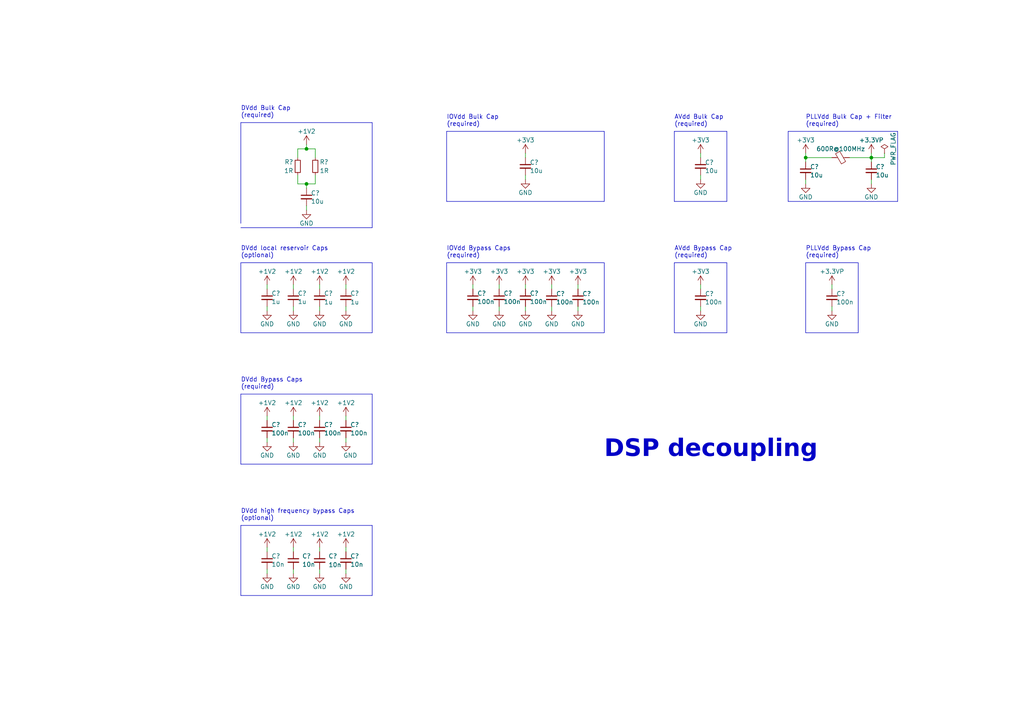
<source format=kicad_sch>
(kicad_sch (version 20230121) (generator eeschema)
  (paper "A4")
  (title_block (title "SmallDSP Maxi") (date "2023-11-06") (rev "1.0") (company "Till Heuer"))
  (lib_symbols
    (symbol "Device:C_Small" (pin_numbers hide) (pin_names (offset 0.254) hide)
      (property "Reference" "C" (at 0.254 1.778 0))
      (property "Value" "C_Small" (at 0.254 -2.032 0))
      (symbol "C_Small_0_1"
        (polyline (pts (xy -1.524 -0.508) (xy 1.524 -0.508)) (stroke (width 0.3302)))
        (polyline (pts (xy -1.524 0.508) (xy 1.524 0.508)) (stroke (width 0.3048)))
      )
      (symbol "C_Small_1_1"
        (pin passive line (at 0 2.54 270) (length 2.032) (name "~") (number "1"))
        (pin passive line (at 0 -2.54 90) (length 2.032) (name "~") (number "2"))
      )
    )
    (symbol "Device:FerriteBead_Small" (pin_numbers hide) (pin_names (offset 0))
      (property "Reference" "FB" (at 1.905 1.27 0))
      (property "Value" "FerriteBead_Small" (at 1.905 -1.27 0))
      (symbol "FerriteBead_Small_0_1"
        (polyline (pts (xy 0 -1.27) (xy 0 -0.7874)))
        (polyline (pts (xy 0 0.889) (xy 0 1.2954)))
        (polyline (pts (xy -1.8288 0.2794) (xy -1.1176 1.4986) (xy 1.8288 -0.2032) (xy 1.1176 -1.4224) (xy -1.8288 0.2794)))
      )
      (symbol "FerriteBead_Small_1_1"
        (pin passive line (at 0 2.54 270) (length 1.27) (name "~") (number "1"))
        (pin passive line (at 0 -2.54 90) (length 1.27) (name "~") (number "2"))
      )
    )
    (symbol "Device:R_Small" (pin_numbers hide) (pin_names (offset 0.254) hide)
      (property "Reference" "R" (at 0.762 0.508 0))
      (property "Value" "R_Small" (at 0.762 -1.016 0))
      (symbol "R_Small_0_1"
        (rectangle (start -0.762 1.778) (end 0.762 -1.778) (stroke (width 0.2032)))
      )
      (symbol "R_Small_1_1"
        (pin passive line (at 0 2.54 270) (length 0.762) (name "~") (number "1"))
        (pin passive line (at 0 -2.54 90) (length 0.762) (name "~") (number "2"))
      )
    )
    (symbol "power:+1V2" (power) (pin_names (offset 0))
      (property "Value" "+1V2" (at 0 3.556 0))
      (symbol "+1V2_0_1"
        (polyline (pts (xy -0.762 1.27) (xy 0 2.54)))
        (polyline (pts (xy 0 0) (xy 0 2.54)))
        (polyline (pts (xy 0 2.54) (xy 0.762 1.27)))
      )
      (symbol "+1V2_1_1"
        (pin power_in line (at 0 0 90) (length 0) hide (name "+1V2") (number "1"))
      )
    )
    (symbol "power:+3.3VP" (power) (pin_names (offset 0))
      (property "Value" "+3.3VP" (at 0 2.54 0))
      (symbol "+3.3VP_0_0"
        (pin power_in line (at 0 0 90) (length 0) hide (name "+3.3VP") (number "1"))
      )
      (symbol "+3.3VP_0_1"
        (polyline (pts (xy -0.762 1.27) (xy 0 2.54)))
        (polyline (pts (xy 0 0) (xy 0 2.54)))
        (polyline (pts (xy 0 2.54) (xy 0.762 1.27)))
      )
    )
    (symbol "power:+3V3" (power) (pin_names (offset 0))
      (property "Value" "+3V3" (at 0 3.556 0))
      (symbol "+3V3_0_1"
        (polyline (pts (xy -0.762 1.27) (xy 0 2.54)))
        (polyline (pts (xy 0 0) (xy 0 2.54)))
        (polyline (pts (xy 0 2.54) (xy 0.762 1.27)))
      )
      (symbol "+3V3_1_1"
        (pin power_in line (at 0 0 90) (length 0) hide (name "+3V3") (number "1"))
      )
    )
    (symbol "power:GND" (power) (pin_names (offset 0))
      (property "Value" "GND" (at 0 -3.81 0))
      (symbol "GND_0_1"
        (polyline (pts (xy 0 0) (xy 0 -1.27) (xy 1.27 -1.27) (xy 0 -2.54) (xy -1.27 -1.27) (xy 0 -1.27)))
      )
      (symbol "GND_1_1"
        (pin power_in line (at 0 0 270) (length 0) hide (name "GND") (number "1"))
      )
    )
    (symbol "power:PWR_FLAG" (power) (pin_numbers hide) (pin_names (offset 0) hide)
      (property "Value" "PWR_FLAG" (at 0 3.81 0))
      (symbol "PWR_FLAG_0_0"
        (pin power_out line (at 0 0 90) (length 0) (name "pwr") (number "1"))
      )
      (symbol "PWR_FLAG_0_1"
        (polyline (pts (xy 0 0) (xy 0 1.27) (xy -1.016 1.905) (xy 0 2.54) (xy 1.016 1.905) (xy 0 1.27)))
      )
    )
  )
  (junction (at 252.73 45.72))
  (junction (at 233.68 45.72))
  (junction (at 88.9 43.18))
  (junction (at 88.9 53.34))
  (polyline (pts (xy 69.85 96.52) (xy 69.85 76.2)))
  (wire (pts (xy 233.68 45.72) (xy 233.68 46.99)))
  (wire (pts (xy 203.2 88.9) (xy 203.2 90.17)))
  (wire (pts (xy 160.02 82.55) (xy 160.02 83.82)))
  (polyline (pts (xy 129.54 76.2) (xy 175.26 76.2)))
  (polyline (pts (xy 260.35 38.1) (xy 260.35 58.42)))
  (wire (pts (xy 167.64 88.9) (xy 167.64 90.17)))
  (wire (pts (xy 91.44 45.72) (xy 91.44 43.18)))
  (wire (pts (xy 85.09 120.65) (xy 85.09 121.92)))
  (wire (pts (xy 91.44 43.18) (xy 88.9 43.18)))
  (polyline (pts (xy 175.26 76.2) (xy 175.26 96.52)))
  (wire (pts (xy 85.09 158.75) (xy 85.09 160.02)))
  (wire (pts (xy 77.47 88.9) (xy 77.47 90.17)))
  (wire (pts (xy 203.2 50.8) (xy 203.2 52.07)))
  (wire (pts (xy 100.33 165.1) (xy 100.33 166.37)))
  (polyline (pts (xy 228.6 58.42) (xy 260.35 58.42)))
  (wire (pts (xy 77.47 158.75) (xy 77.47 160.02)))
  (wire (pts (xy 77.47 127) (xy 77.47 128.27)))
  (wire (pts (xy 85.09 88.9) (xy 85.09 90.17)))
  (wire (pts (xy 91.44 50.8) (xy 91.44 53.34)))
  (polyline (pts (xy 210.82 96.52) (xy 210.82 76.2)))
  (wire (pts (xy 203.2 82.55) (xy 203.2 83.82)))
  (wire (pts (xy 100.33 120.65) (xy 100.33 121.92)))
  (polyline (pts (xy 69.85 64.77) (xy 69.85 35.56)))
  (wire (pts (xy 233.68 45.72) (xy 241.3 45.72)))
  (wire (pts (xy 167.64 82.55) (xy 167.64 83.82)))
  (wire (pts (xy 252.73 52.07) (xy 252.73 53.34)))
  (polyline (pts (xy 175.26 38.1) (xy 129.54 38.1)))
  (wire (pts (xy 100.33 158.75) (xy 100.33 160.02)))
  (polyline (pts (xy 195.58 96.52) (xy 203.2 96.52)))
  (wire (pts (xy 144.78 82.55) (xy 144.78 83.82)))
  (polyline (pts (xy 195.58 58.42) (xy 210.82 58.42)))
  (polyline (pts (xy 203.2 96.52) (xy 210.82 96.52)))
  (polyline (pts (xy 69.85 172.72) (xy 107.95 172.72)))
  (polyline (pts (xy 86.36 66.04) (xy 107.95 66.04)))
  (polyline (pts (xy 228.6 58.42) (xy 228.6 38.1)))
  (polyline (pts (xy 86.36 66.04) (xy 69.85 66.04)))
  (polyline (pts (xy 233.68 76.2) (xy 248.92 76.2)))
  (wire (pts (xy 241.3 82.55) (xy 241.3 83.82)))
  (wire (pts (xy 233.68 52.07) (xy 233.68 53.34)))
  (wire (pts (xy 88.9 53.34) (xy 88.9 54.61)))
  (polyline (pts (xy 210.82 38.1) (xy 210.82 58.42)))
  (polyline (pts (xy 69.85 152.4) (xy 107.95 152.4)))
  (wire (pts (xy 144.78 88.9) (xy 144.78 90.17)))
  (wire (pts (xy 203.2 44.45) (xy 203.2 45.72)))
  (wire (pts (xy 160.02 88.9) (xy 160.02 90.17)))
  (wire (pts (xy 92.71 158.75) (xy 92.71 160.02)))
  (wire (pts (xy 152.4 44.45) (xy 152.4 45.72)))
  (wire (pts (xy 152.4 82.55) (xy 152.4 83.82)))
  (wire (pts (xy 100.33 127) (xy 100.33 128.27)))
  (wire (pts (xy 88.9 59.69) (xy 88.9 60.96)))
  (polyline (pts (xy 210.82 76.2) (xy 195.58 76.2)))
  (wire (pts (xy 252.73 44.45) (xy 252.73 45.72)))
  (wire (pts (xy 100.33 88.9) (xy 100.33 90.17)))
  (wire (pts (xy 256.54 45.72) (xy 252.73 45.72)))
  (polyline (pts (xy 233.68 96.52) (xy 233.68 76.2)))
  (wire (pts (xy 92.71 165.1) (xy 92.71 166.37)))
  (wire (pts (xy 152.4 50.8) (xy 152.4 52.07)))
  (polyline (pts (xy 69.85 172.72) (xy 69.85 152.4)))
  (wire (pts (xy 85.09 165.1) (xy 85.09 166.37)))
  (wire (pts (xy 77.47 120.65) (xy 77.47 121.92)))
  (polyline (pts (xy 248.92 76.2) (xy 248.92 96.52)))
  (wire (pts (xy 241.3 88.9) (xy 241.3 90.17)))
  (wire (pts (xy 77.47 82.55) (xy 77.47 83.82)))
  (wire (pts (xy 86.36 50.8) (xy 86.36 53.34)))
  (polyline (pts (xy 107.95 152.4) (xy 107.95 172.72)))
  (polyline (pts (xy 107.95 76.2) (xy 107.95 96.52)))
  (polyline (pts (xy 195.58 76.2) (xy 195.58 96.52)))
  (wire (pts (xy 252.73 45.72) (xy 252.73 46.99)))
  (wire (pts (xy 256.54 44.45) (xy 256.54 45.72)))
  (polyline (pts (xy 107.95 114.3) (xy 69.85 114.3)))
  (polyline (pts (xy 69.85 114.3) (xy 69.85 134.62)))
  (polyline (pts (xy 129.54 58.42) (xy 175.26 58.42)))
  (wire (pts (xy 246.38 45.72) (xy 252.73 45.72)))
  (polyline (pts (xy 228.6 38.1) (xy 260.35 38.1)))
  (wire (pts (xy 137.16 88.9) (xy 137.16 90.17)))
  (wire (pts (xy 88.9 41.91) (xy 88.9 43.18)))
  (polyline (pts (xy 175.26 96.52) (xy 129.54 96.52)))
  (polyline (pts (xy 69.85 76.2) (xy 107.95 76.2)))
  (polyline (pts (xy 129.54 38.1) (xy 129.54 58.42)))
  (wire (pts (xy 233.68 44.45) (xy 233.68 45.72)))
  (wire (pts (xy 86.36 43.18) (xy 86.36 45.72)))
  (wire (pts (xy 91.44 53.34) (xy 88.9 53.34)))
  (polyline (pts (xy 195.58 38.1) (xy 210.82 38.1)))
  (polyline (pts (xy 107.95 35.56) (xy 107.95 66.04)))
  (wire (pts (xy 92.71 120.65) (xy 92.71 121.92)))
  (polyline (pts (xy 69.85 96.52) (xy 107.95 96.52)))
  (wire (pts (xy 137.16 82.55) (xy 137.16 83.82)))
  (wire (pts (xy 152.4 88.9) (xy 152.4 90.17)))
  (polyline (pts (xy 107.95 134.62) (xy 107.95 114.3)))
  (polyline (pts (xy 69.85 35.56) (xy 107.95 35.56)))
  (wire (pts (xy 85.09 82.55) (xy 85.09 83.82)))
  (polyline (pts (xy 129.54 96.52) (xy 129.54 76.2)))
  (polyline (pts (xy 175.26 58.42) (xy 175.26 38.1)))
  (wire (pts (xy 92.71 88.9) (xy 92.71 90.17)))
  (polyline (pts (xy 233.68 96.52) (xy 248.92 96.52)))
  (wire (pts (xy 77.47 165.1) (xy 77.47 166.37)))
  (polyline (pts (xy 195.58 58.42) (xy 195.58 38.1)))
  (wire (pts (xy 86.36 53.34) (xy 88.9 53.34)))
  (wire (pts (xy 92.71 82.55) (xy 92.71 83.82)))
  (wire (pts (xy 92.71 127) (xy 92.71 128.27)))
  (wire (pts (xy 88.9 43.18) (xy 86.36 43.18)))
  (polyline (pts (xy 69.85 134.62) (xy 107.95 134.62)))
  (wire (pts (xy 100.33 82.55) (xy 100.33 83.82)))
  (wire (pts (xy 85.09 127) (xy 85.09 128.27)))
  (text "IOVdd Bypass Caps\n(required)" (at 129.54 74.93 0) (effects (font (size 1.27 1.27)) (justify left bottom)))
  (text "DVdd Bulk Cap\n(required)" (at 69.85 34.29 0) (effects (font (size 1.27 1.27)) (justify left bottom)))
  (text "PLLVdd Bypass Cap\n(required)" (at 233.68 74.93 0) (effects (font (size 1.27 1.27)) (justify left bottom)))
  (text "DSP decoupling" (at 175.26 134.62 0) (effects (font (size 5 5) (thickness 1) bold) (justify left bottom)))
  (text "DVdd local reservoir Caps\n(optional)" (at 69.85 74.93 0) (effects (font (size 1.27 1.27)) (justify left bottom)))
  (text "IOVdd Bulk Cap\n(required)" (at 129.54 36.83 0) (effects (font (size 1.27 1.27)) (justify left bottom)))
  (text "DVdd Bypass Caps\n(required)" (at 69.85 113.03 0) (effects (font (size 1.27 1.27)) (justify left bottom)))
  (text "AVdd Bulk Cap\n(required)" (at 195.58 36.83 0) (effects (font (size 1.27 1.27)) (justify left bottom)))
  (text "AVdd Bypass Cap\n(required)" (at 195.58 74.93 0) (effects (font (size 1.27 1.27)) (justify left bottom)))
  (text "PLLVdd Bulk Cap + Filter\n(required)" (at 233.68 36.83 0) (effects (font (size 1.27 1.27)) (justify left bottom)))
  (text "DVdd high frequency bypass Caps\n(optional)" (at 69.85 151.13 0) (effects (font (size 1.27 1.27)) (justify left bottom)))
  (symbol (lib_id "Device:C_Small") (at 152.4 86.36 0) (unit 1)
    (property "Reference" "C?" (at 153.67 85.09 0) (effects (justify left)))
    (property "Value" "100n" (at 153.67 87.5142 0) (effects (justify left)))
    (property "Footprint" "Capacitor_SMD:C_0402_1005Metric" (effects hide))
    (property "Dielectric" "X7R" (effects hide))
    (property "Notes" "-25%@10VDC" (effects hide))
    (property "Rated Voltage" "50V" (effects hide))
    (property "Assembling" "X" (effects hide))
    (property "Manufacturer" "Samsung Electro-Mechanics" (effects hide))
    (property "Part Number" "CL05B104KB54PNC" (effects hide))
    (property "Tolerance" "10%" (effects hide))
    (property "LCSC Part #" "C307331" (effects hide))
    (instances (project "SmallDSPMicro" (path "" (reference "C?") (unit 1)) (path "" (reference "C34") (unit 1))))
  )
  (symbol (lib_id "power:+3V3") (at 152.4 44.45 0) (unit 1)
    (property "Reference" "#PWR?" (effects hide))
    (property "Value" "+3V3" (at 152.4 40.64 0))
    (instances (project "SmallDSPMicro" (path "" (reference "#PWR?") (unit 1)) (path "" (reference "#PWR0108") (unit 1))))
  )
  (symbol (lib_id "Device:C_Small") (at 203.2 48.26 0) (unit 1)
    (property "Reference" "C?" (at 204.47 47.1058 0) (effects (justify left)))
    (property "Value" "10u" (at 204.47 49.53 0) (effects (justify left)))
    (property "Footprint" "Capacitor_SMD:C_0603_1608Metric" (effects hide))
    (property "Dielectric" "X5R" (effects hide))
    (property "Notes" "-50%@5VDC" (effects hide))
    (property "Rated Voltage" "25V" (effects hide))
    (property "Assembling" "X" (effects hide))
    (property "Manufacturer" "Samsung Electro-Mechanics" (effects hide))
    (property "Part Number" "CL10A106MA8NRNC" (effects hide))
    (property "Tolerance" "10%" (effects hide))
    (property "LCSC Part #" "C96446" (effects hide))
    (instances (project "SmallDSPMicro" (path "" (reference "C?") (unit 1)) (path "" (reference "C37") (unit 1))))
  )
  (symbol (lib_id "power:GND") (at 241.3 90.17 0) (unit 1)
    (property "Reference" "#PWR?" (effects hide))
    (property "Value" "GND" (at 241.3 93.98 0))
    (instances (project "SmallDSPMicro" (path "" (reference "#PWR?") (unit 1)) (path "" (reference "#PWR0123") (unit 1))))
  )
  (symbol (lib_id "Device:C_Small") (at 167.64 86.36 0) (unit 1)
    (property "Reference" "C?" (at 168.91 85.2058 0) (effects (justify left)))
    (property "Value" "100n" (at 168.91 87.63 0) (effects (justify left)))
    (property "Footprint" "Capacitor_SMD:C_0402_1005Metric" (effects hide))
    (property "Dielectric" "X7R" (effects hide))
    (property "Notes" "-25%@10VDC" (effects hide))
    (property "Rated Voltage" "50V" (effects hide))
    (property "Assembling" "X" (effects hide))
    (property "Manufacturer" "Samsung Electro-Mechanics" (effects hide))
    (property "Part Number" "CL05B104KB54PNC" (effects hide))
    (property "Tolerance" "10%" (effects hide))
    (property "LCSC Part #" "C307331" (effects hide))
    (instances (project "SmallDSPMicro" (path "" (reference "C?") (unit 1)) (path "" (reference "C36") (unit 1))))
  )
  (symbol (lib_id "Device:C_Small") (at 77.47 86.36 0) (unit 1)
    (property "Reference" "C?" (at 78.74 85.09 0) (effects (justify left)))
    (property "Value" "1u" (at 78.74 87.5142 0) (effects (justify left)))
    (property "Footprint" "Capacitor_SMD:C_0402_1005Metric" (effects hide))
    (property "Dielectric" "X5R" (effects hide))
    (property "Rated Voltage" "25V" (effects hide))
    (property "Assembling" "X" (effects hide))
    (property "Manufacturer" "Samsung Electro-Mechanics" (effects hide))
    (property "Part Number" "CL05A105KA5NQNC" (effects hide))
    (property "Tolerance" "10%" (effects hide))
    (property "LCSC Part #" "C52923" (effects hide))
    (instances (project "SmallDSPMicro" (path "" (reference "C?") (unit 1)) (path "" (reference "C18") (unit 1))))
  )
  (symbol (lib_id "power:+3V3") (at 203.2 44.45 0) (unit 1)
    (property "Reference" "#PWR?" (effects hide))
    (property "Value" "+3V3" (at 203.2 40.64 0))
    (instances (project "SmallDSPMicro" (path "" (reference "#PWR?") (unit 1)) (path "" (reference "#PWR0116") (unit 1))))
  )
  (symbol (lib_id "power:+1V2") (at 77.47 82.55 0) (unit 1)
    (property "Reference" "#PWR?" (effects hide))
    (property "Value" "+1V2" (at 77.47 78.74 0))
    (instances (project "SmallDSPMicro" (path "" (reference "#PWR?") (unit 1)) (path "" (reference "#PWR078") (unit 1))))
  )
  (symbol (lib_id "Device:C_Small") (at 100.33 86.36 0) (unit 1)
    (property "Reference" "C?" (at 101.6 85.09 0) (effects (justify left)))
    (property "Value" "1u" (at 101.6 87.63 0) (effects (justify left)))
    (property "Footprint" "Capacitor_SMD:C_0402_1005Metric" (effects hide))
    (property "Dielectric" "X5R" (effects hide))
    (property "Rated Voltage" "25V" (effects hide))
    (property "Assembling" "X" (effects hide))
    (property "Manufacturer" "Samsung Electro-Mechanics" (effects hide))
    (property "Part Number" "CL05A105KA5NQNC" (effects hide))
    (property "Tolerance" "10%" (effects hide))
    (property "LCSC Part #" "C52923" (effects hide))
    (instances (project "SmallDSPMicro" (path "" (reference "C?") (unit 1)) (path "" (reference "C28") (unit 1))))
  )
  (symbol (lib_id "power:GND") (at 203.2 90.17 0) (unit 1)
    (property "Reference" "#PWR?" (effects hide))
    (property "Value" "GND" (at 203.2 93.98 0))
    (instances (project "SmallDSPMicro" (path "" (reference "#PWR?") (unit 1)) (path "" (reference "#PWR0119") (unit 1))))
  )
  (symbol (lib_id "Device:C_Small") (at 92.71 162.56 0) (unit 1)
    (property "Reference" "C?" (at 95.25 161.29 0) (effects (justify left)))
    (property "Value" "10n" (at 95.25 163.83 0) (effects (justify left)))
    (property "Footprint" "Capacitor_SMD:C_0402_1005Metric" (effects hide))
    (property "Dielectric" "X7R" (effects hide))
    (property "Rated Voltage" "50V" (effects hide))
    (property "Assembling" "X" (effects hide))
    (property "Manufacturer" "Samsung Electro-Mechanics" (effects hide))
    (property "Part Number" "CL05B103KB5NNNC" (effects hide))
    (property "Tolerance" "10%" (effects hide))
    (property "LCSC Part #" "C15195" (effects hide))
    (instances (project "SmallDSPMicro" (path "" (reference "C?") (unit 1)) (path "" (reference "C27") (unit 1))))
  )
  (symbol (lib_id "power:+3.3VP") (at 241.3 82.55 0) (unit 1)
    (property "Reference" "#PWR?" (effects hide))
    (property "Value" "+3.3VP" (at 241.3 78.74 0))
    (instances (project "SmallDSPMicro" (path "" (reference "#PWR?") (unit 1)) (path "" (reference "#PWR0122") (unit 1))))
  )
  (symbol (lib_id "Device:C_Small") (at 137.16 86.36 0) (unit 1)
    (property "Reference" "C?" (at 138.43 85.09 0) (effects (justify left)))
    (property "Value" "100n" (at 138.43 87.5142 0) (effects (justify left)))
    (property "Footprint" "Capacitor_SMD:C_0402_1005Metric" (effects hide))
    (property "Dielectric" "X7R" (effects hide))
    (property "Notes" "-25%@10VDC" (effects hide))
    (property "Rated Voltage" "50V" (effects hide))
    (property "Assembling" "X" (effects hide))
    (property "Manufacturer" "Samsung Electro-Mechanics" (effects hide))
    (property "Part Number" "CL05B104KB54PNC" (effects hide))
    (property "Tolerance" "10%" (effects hide))
    (property "LCSC Part #" "C307331" (effects hide))
    (instances (project "SmallDSPMicro" (path "" (reference "C?") (unit 1)) (path "" (reference "C31") (unit 1))))
  )
  (symbol (lib_id "power:GND") (at 233.68 53.34 0) (unit 1)
    (property "Reference" "#PWR?" (effects hide))
    (property "Value" "GND" (at 233.68 57.15 0))
    (instances (project "SmallDSPMicro" (path "" (reference "#PWR?") (unit 1)) (path "" (reference "#PWR0121") (unit 1))))
  )
  (symbol (lib_id "Device:C_Small") (at 144.78 86.36 0) (unit 1)
    (property "Reference" "C?" (at 146.05 85.09 0) (effects (justify left)))
    (property "Value" "100n" (at 146.05 87.5142 0) (effects (justify left)))
    (property "Footprint" "Capacitor_SMD:C_0402_1005Metric" (effects hide))
    (property "Dielectric" "X7R" (effects hide))
    (property "Notes" "-25%@10VDC" (effects hide))
    (property "Rated Voltage" "50V" (effects hide))
    (property "Assembling" "X" (effects hide))
    (property "Manufacturer" "Samsung Electro-Mechanics" (effects hide))
    (property "Part Number" "CL05B104KB54PNC" (effects hide))
    (property "Tolerance" "10%" (effects hide))
    (property "LCSC Part #" "C307331" (effects hide))
    (instances (project "SmallDSPMicro" (path "" (reference "C?") (unit 1)) (path "" (reference "C32") (unit 1))))
  )
  (symbol (lib_id "power:GND") (at 137.16 90.17 0) (unit 1)
    (property "Reference" "#PWR?" (effects hide))
    (property "Value" "GND" (at 137.16 93.98 0))
    (instances (project "SmallDSPMicro" (path "" (reference "#PWR?") (unit 1)) (path "" (reference "#PWR0105") (unit 1))))
  )
  (symbol (lib_id "Device:C_Small") (at 85.09 86.36 0) (unit 1)
    (property "Reference" "C?" (at 86.36 85.09 0) (effects (justify left)))
    (property "Value" "1u" (at 86.36 87.5142 0) (effects (justify left)))
    (property "Footprint" "Capacitor_SMD:C_0402_1005Metric" (effects hide))
    (property "Dielectric" "X5R" (effects hide))
    (property "Rated Voltage" "25V" (effects hide))
    (property "Assembling" "X" (effects hide))
    (property "Manufacturer" "Samsung Electro-Mechanics" (effects hide))
    (property "Part Number" "CL05A105KA5NQNC" (effects hide))
    (property "Tolerance" "10%" (effects hide))
    (property "LCSC Part #" "C52923" (effects hide))
    (instances (project "SmallDSPMicro" (path "" (reference "C?") (unit 1)) (path "" (reference "C21") (unit 1))))
  )
  (symbol (lib_id "power:GND") (at 85.09 90.17 0) (unit 1)
    (property "Reference" "#PWR?" (effects hide))
    (property "Value" "GND" (at 85.09 93.98 0))
    (instances (project "SmallDSPMicro" (path "" (reference "#PWR?") (unit 1)) (path "" (reference "#PWR085") (unit 1))))
  )
  (symbol (lib_id "Device:C_Small") (at 252.73 49.53 0) (unit 1)
    (property "Reference" "C?" (at 254 48.3758 0) (effects (justify left)))
    (property "Value" "10u" (at 254 50.8 0) (effects (justify left)))
    (property "Footprint" "Capacitor_SMD:C_0603_1608Metric" (effects hide))
    (property "Dielectric" "X5R" (effects hide))
    (property "Notes" "-50%@5VDC" (effects hide))
    (property "Rated Voltage" "25V" (effects hide))
    (property "Assembling" "X" (effects hide))
    (property "Manufacturer" "Samsung Electro-Mechanics" (effects hide))
    (property "Part Number" "CL10A106MA8NRNC" (effects hide))
    (property "Tolerance" "10%" (effects hide))
    (property "LCSC Part #" "C96446" (effects hide))
    (instances (project "SmallDSPMicro" (path "" (reference "C?") (unit 1)) (path "" (reference "C41") (unit 1))))
  )
  (symbol (lib_id "power:GND") (at 85.09 166.37 0) (unit 1)
    (property "Reference" "#PWR?" (effects hide))
    (property "Value" "GND" (at 85.09 170.18 0))
    (instances (project "SmallDSPMicro" (path "" (reference "#PWR?") (unit 1)) (path "" (reference "#PWR089") (unit 1))))
  )
  (symbol (lib_id "Device:C_Small") (at 88.9 57.15 0) (unit 1)
    (property "Reference" "C?" (at 90.17 55.9958 0) (effects (justify left)))
    (property "Value" "10u" (at 90.17 58.42 0) (effects (justify left)))
    (property "Footprint" "Capacitor_SMD:C_0603_1608Metric" (effects hide))
    (property "Dielectric" "X5R" (effects hide))
    (property "Notes" "-50%@5VDC" (effects hide))
    (property "Rated Voltage" "25V" (effects hide))
    (property "Assembling" "X" (effects hide))
    (property "Manufacturer" "Samsung Electro-Mechanics" (effects hide))
    (property "Part Number" "CL10A106MA8NRNC" (effects hide))
    (property "Tolerance" "10%" (effects hide))
    (property "LCSC Part #" "C96446" (effects hide))
    (instances (project "SmallDSPMicro" (path "" (reference "C?") (unit 1)) (path "" (reference "C24") (unit 1))))
  )
  (symbol (lib_id "power:+1V2") (at 77.47 158.75 0) (unit 1)
    (property "Reference" "#PWR?" (effects hide))
    (property "Value" "+1V2" (at 77.47 154.94 0))
    (instances (project "SmallDSPMicro" (path "" (reference "#PWR?") (unit 1)) (path "" (reference "#PWR082") (unit 1))))
  )
  (symbol (lib_id "Device:C_Small") (at 233.68 49.53 0) (unit 1)
    (property "Reference" "C?" (at 234.95 48.3758 0) (effects (justify left)))
    (property "Value" "10u" (at 234.95 50.8 0) (effects (justify left)))
    (property "Footprint" "Capacitor_SMD:C_0603_1608Metric" (effects hide))
    (property "Dielectric" "X5R" (effects hide))
    (property "Notes" "-50%@5VDC" (effects hide))
    (property "Rated Voltage" "25V" (effects hide))
    (property "Assembling" "X" (effects hide))
    (property "Manufacturer" "Samsung Electro-Mechanics" (effects hide))
    (property "Part Number" "CL10A106MA8NRNC" (effects hide))
    (property "Tolerance" "10%" (effects hide))
    (property "LCSC Part #" "C96446" (effects hide))
    (instances (project "SmallDSPMicro" (path "" (reference "C?") (unit 1)) (path "" (reference "C39") (unit 1))))
  )
  (symbol (lib_id "Device:R_Small") (at 91.44 48.26 0) (unit 1)
    (property "Reference" "R?" (at 92.71 46.99 0) (effects (justify left)))
    (property "Value" "1R" (at 92.71 49.53 0) (effects (justify left)))
    (property "Footprint" "Resistor_SMD:R_0402_1005Metric" (effects hide))
    (property "Assembling" "X" (effects hide))
    (property "Rated Power" "62.5mW" (effects hide))
    (property "Manufacturer" "UNI-ROYAL(Uniroyal Elec)" (effects hide))
    (property "Part Number" "0402WGF100KTCE" (effects hide))
    (property "Tolerance" "1%" (effects hide))
    (property "LCSC Part #" "C25086" (effects hide))
    (instances (project "SmallDSPMicro" (path "" (reference "R?") (unit 1)) (path "" (reference "R45") (unit 1))))
  )
  (symbol (lib_id "Device:C_Small") (at 241.3 86.36 0) (unit 1)
    (property "Reference" "C?" (at 242.57 85.2058 0) (effects (justify left)))
    (property "Value" "100n" (at 242.57 87.63 0) (effects (justify left)))
    (property "Footprint" "Capacitor_SMD:C_0402_1005Metric" (effects hide))
    (property "Dielectric" "X7R" (effects hide))
    (property "Notes" "-25%@10VDC" (effects hide))
    (property "Rated Voltage" "50V" (effects hide))
    (property "Assembling" "X" (effects hide))
    (property "Manufacturer" "Samsung Electro-Mechanics" (effects hide))
    (property "Part Number" "CL05B104KB54PNC" (effects hide))
    (property "Tolerance" "10%" (effects hide))
    (property "LCSC Part #" "C307331" (effects hide))
    (instances (project "SmallDSPMicro" (path "" (reference "C?") (unit 1)) (path "" (reference "C40") (unit 1))))
  )
  (symbol (lib_id "power:GND") (at 77.47 166.37 0) (unit 1)
    (property "Reference" "#PWR?" (effects hide))
    (property "Value" "GND" (at 77.47 170.18 0))
    (instances (project "SmallDSPMicro" (path "" (reference "#PWR?") (unit 1)) (path "" (reference "#PWR083") (unit 1))))
  )
  (symbol (lib_id "Device:C_Small") (at 100.33 162.56 0) (unit 1)
    (property "Reference" "C?" (at 101.6 161.29 0) (effects (justify left)))
    (property "Value" "10n" (at 101.6 163.7142 0) (effects (justify left)))
    (property "Footprint" "Capacitor_SMD:C_0402_1005Metric" (effects hide))
    (property "Dielectric" "X7R" (effects hide))
    (property "Rated Voltage" "50V" (effects hide))
    (property "Assembling" "X" (effects hide))
    (property "Manufacturer" "Samsung Electro-Mechanics" (effects hide))
    (property "Part Number" "CL05B103KB5NNNC" (effects hide))
    (property "Tolerance" "10%" (effects hide))
    (property "LCSC Part #" "C15195" (effects hide))
    (instances (project "SmallDSPMicro" (path "" (reference "C?") (unit 1)) (path "" (reference "C30") (unit 1))))
  )
  (symbol (lib_id "power:GND") (at 88.9 60.96 0) (unit 1)
    (property "Reference" "#PWR?" (effects hide))
    (property "Value" "GND" (at 88.9 64.77 0))
    (instances (project "SmallDSPMicro" (path "" (reference "#PWR?") (unit 1)) (path "" (reference "#PWR091") (unit 1))))
  )
  (symbol (lib_id "power:+3V3") (at 203.2 82.55 0) (unit 1)
    (property "Reference" "#PWR?" (effects hide))
    (property "Value" "+3V3" (at 203.2 78.74 0))
    (instances (project "SmallDSPMicro" (path "" (reference "#PWR?") (unit 1)) (path "" (reference "#PWR0118") (unit 1))))
  )
  (symbol (lib_id "Device:C_Small") (at 85.09 162.56 0) (unit 1)
    (property "Reference" "C?" (at 87.63 161.29 0) (effects (justify left)))
    (property "Value" "10n" (at 87.63 163.7142 0) (effects (justify left)))
    (property "Footprint" "Capacitor_SMD:C_0402_1005Metric" (effects hide))
    (property "Dielectric" "X7R" (effects hide))
    (property "Rated Voltage" "50V" (effects hide))
    (property "Assembling" "X" (effects hide))
    (property "Manufacturer" "Samsung Electro-Mechanics" (effects hide))
    (property "Part Number" "CL05B103KB5NNNC" (effects hide))
    (property "Tolerance" "10%" (effects hide))
    (property "LCSC Part #" "C15195" (effects hide))
    (instances (project "SmallDSPMicro" (path "" (reference "C?") (unit 1)) (path "" (reference "C23") (unit 1))))
  )
  (symbol (lib_id "Device:FerriteBead_Small") (at 243.84 45.72 90) (mirror x) (unit 1)
    (property "Reference" "FB?" (effects hide))
    (property "Value" "600R@100MHz" (at 243.84 43.18 90))
    (property "Footprint" "Inductor_SMD:L_0805_2012Metric" (effects hide))
    (property "Manufacturer" "Würth Elektronik" (effects hide))
    (property "Part Number" "78279220601" (effects hide))
    (property "Rated Current" "2A" (effects hide))
    (property "LCSC Part #" "-" (effects hide))
    (instances (project "SmallDSPMicro" (path "" (reference "FB?") (unit 1)) (path "" (reference "FB?") (unit 1)) (path "" (reference "FB5") (unit 1))))
  )
  (symbol (lib_id "power:GND") (at 152.4 90.17 0) (unit 1)
    (property "Reference" "#PWR?" (effects hide))
    (property "Value" "GND" (at 152.4 93.98 0))
    (instances (project "SmallDSPMicro" (path "" (reference "#PWR?") (unit 1)) (path "" (reference "#PWR0111") (unit 1))))
  )
  (symbol (lib_id "power:GND") (at 203.2 52.07 0) (unit 1)
    (property "Reference" "#PWR?" (effects hide))
    (property "Value" "GND" (at 203.2 55.88 0))
    (instances (project "SmallDSPMicro" (path "" (reference "#PWR?") (unit 1)) (path "" (reference "#PWR0117") (unit 1))))
  )
  (symbol (lib_id "power:GND") (at 77.47 128.27 0) (unit 1)
    (property "Reference" "#PWR?" (effects hide))
    (property "Value" "GND" (at 77.47 132.08 0))
    (instances (project "SmallDSPMicro" (path "" (reference "#PWR?") (unit 1)) (path "" (reference "#PWR081") (unit 1))))
  )
  (symbol (lib_id "power:GND") (at 160.02 90.17 0) (unit 1)
    (property "Reference" "#PWR?" (effects hide))
    (property "Value" "GND" (at 160.02 93.98 0))
    (instances (project "SmallDSPMicro" (path "" (reference "#PWR?") (unit 1)) (path "" (reference "#PWR0113") (unit 1))))
  )
  (symbol (lib_id "power:+1V2") (at 88.9 41.91 0) (unit 1)
    (property "Reference" "#PWR?" (effects hide))
    (property "Value" "+1V2" (at 88.9 38.1 0))
    (instances (project "SmallDSPMicro" (path "" (reference "#PWR?") (unit 1)) (path "" (reference "#PWR090") (unit 1))))
  )
  (symbol (lib_id "power:+3V3") (at 144.78 82.55 0) (unit 1)
    (property "Reference" "#PWR?" (effects hide))
    (property "Value" "+3V3" (at 144.78 78.74 0))
    (instances (project "SmallDSPMicro" (path "" (reference "#PWR?") (unit 1)) (path "" (reference "#PWR0106") (unit 1))))
  )
  (symbol (lib_id "Device:C_Small") (at 77.47 124.46 0) (unit 1)
    (property "Reference" "C?" (at 78.74 123.19 0) (effects (justify left)))
    (property "Value" "100n" (at 78.74 125.6142 0) (effects (justify left)))
    (property "Footprint" "Capacitor_SMD:C_0402_1005Metric" (effects hide))
    (property "Dielectric" "X7R" (effects hide))
    (property "Notes" "-25%@10VDC" (effects hide))
    (property "Rated Voltage" "50V" (effects hide))
    (property "Assembling" "X" (effects hide))
    (property "Manufacturer" "Samsung Electro-Mechanics" (effects hide))
    (property "Part Number" "CL05B104KB54PNC" (effects hide))
    (property "Tolerance" "10%" (effects hide))
    (property "LCSC Part #" "C307331" (effects hide))
    (instances (project "SmallDSPMicro" (path "" (reference "C?") (unit 1)) (path "" (reference "C19") (unit 1))))
  )
  (symbol (lib_id "Device:C_Small") (at 92.71 86.36 0) (unit 1)
    (property "Reference" "C?" (at 93.98 85.09 0) (effects (justify left)))
    (property "Value" "1u" (at 93.98 87.63 0) (effects (justify left)))
    (property "Footprint" "Capacitor_SMD:C_0402_1005Metric" (effects hide))
    (property "Dielectric" "X5R" (effects hide))
    (property "Rated Voltage" "25V" (effects hide))
    (property "Assembling" "X" (effects hide))
    (property "Manufacturer" "Samsung Electro-Mechanics" (effects hide))
    (property "Part Number" "CL05A105KA5NQNC" (effects hide))
    (property "Tolerance" "10%" (effects hide))
    (property "LCSC Part #" "C52923" (effects hide))
    (instances (project "SmallDSPMicro" (path "" (reference "C?") (unit 1)) (path "" (reference "C25") (unit 1))))
  )
  (symbol (lib_id "power:PWR_FLAG") (at 256.54 44.45 0) (unit 1)
    (property "Reference" "#FLG08" (effects hide))
    (property "Value" "PWR_FLAG" (at 259.08 43.18 90))
  )
  (symbol (lib_id "power:+1V2") (at 85.09 82.55 0) (unit 1)
    (property "Reference" "#PWR?" (effects hide))
    (property "Value" "+1V2" (at 85.09 78.74 0))
    (instances (project "SmallDSPMicro" (path "" (reference "#PWR?") (unit 1)) (path "" (reference "#PWR084") (unit 1))))
  )
  (symbol (lib_id "power:GND") (at 77.47 90.17 0) (unit 1)
    (property "Reference" "#PWR?" (effects hide))
    (property "Value" "GND" (at 77.47 93.98 0))
    (instances (project "SmallDSPMicro" (path "" (reference "#PWR?") (unit 1)) (path "" (reference "#PWR079") (unit 1))))
  )
  (symbol (lib_id "power:GND") (at 152.4 52.07 0) (unit 1)
    (property "Reference" "#PWR?" (effects hide))
    (property "Value" "GND" (at 152.4 55.88 0))
    (instances (project "SmallDSPMicro" (path "" (reference "#PWR?") (unit 1)) (path "" (reference "#PWR0109") (unit 1))))
  )
  (symbol (lib_id "power:GND") (at 100.33 90.17 0) (unit 1)
    (property "Reference" "#PWR?" (effects hide))
    (property "Value" "GND" (at 100.33 93.98 0))
    (instances (project "SmallDSPMicro" (path "" (reference "#PWR?") (unit 1)) (path "" (reference "#PWR099") (unit 1))))
  )
  (symbol (lib_id "Device:C_Small") (at 152.4 48.26 0) (unit 1)
    (property "Reference" "C?" (at 153.67 47.1058 0) (effects (justify left)))
    (property "Value" "10u" (at 153.67 49.53 0) (effects (justify left)))
    (property "Footprint" "Capacitor_SMD:C_0603_1608Metric" (effects hide))
    (property "Dielectric" "X5R" (effects hide))
    (property "Notes" "-50%@5VDC" (effects hide))
    (property "Rated Voltage" "25V" (effects hide))
    (property "Assembling" "X" (effects hide))
    (property "Manufacturer" "Samsung Electro-Mechanics" (effects hide))
    (property "Part Number" "CL10A106MA8NRNC" (effects hide))
    (property "Tolerance" "10%" (effects hide))
    (property "LCSC Part #" "C96446" (effects hide))
    (instances (project "SmallDSPMicro" (path "" (reference "C?") (unit 1)) (path "" (reference "C33") (unit 1))))
  )
  (symbol (lib_id "power:+3V3") (at 233.68 44.45 0) (unit 1)
    (property "Reference" "#PWR?" (effects hide))
    (property "Value" "+3V3" (at 233.68 40.64 0))
    (instances (project "SmallDSPMicro" (path "" (reference "#PWR?") (unit 1)) (path "" (reference "#PWR0120") (unit 1))))
  )
  (symbol (lib_id "power:GND") (at 92.71 128.27 0) (unit 1)
    (property "Reference" "#PWR?" (effects hide))
    (property "Value" "GND" (at 92.71 132.08 0))
    (instances (project "SmallDSPMicro" (path "" (reference "#PWR?") (unit 1)) (path "" (reference "#PWR095") (unit 1))))
  )
  (symbol (lib_id "power:+1V2") (at 92.71 82.55 0) (unit 1)
    (property "Reference" "#PWR?" (effects hide))
    (property "Value" "+1V2" (at 92.71 78.74 0))
    (instances (project "SmallDSPMicro" (path "" (reference "#PWR?") (unit 1)) (path "" (reference "#PWR092") (unit 1))))
  )
  (symbol (lib_id "power:+1V2") (at 100.33 120.65 0) (unit 1)
    (property "Reference" "#PWR?" (effects hide))
    (property "Value" "+1V2" (at 100.33 116.84 0))
    (instances (project "SmallDSPMicro" (path "" (reference "#PWR?") (unit 1)) (path "" (reference "#PWR0100") (unit 1))))
  )
  (symbol (lib_id "power:+1V2") (at 77.47 120.65 0) (unit 1)
    (property "Reference" "#PWR?" (effects hide))
    (property "Value" "+1V2" (at 77.47 116.84 0))
    (instances (project "SmallDSPMicro" (path "" (reference "#PWR?") (unit 1)) (path "" (reference "#PWR080") (unit 1))))
  )
  (symbol (lib_id "Device:R_Small") (at 86.36 48.26 0) (mirror y) (unit 1)
    (property "Reference" "R?" (at 85.09 46.99 0) (effects (justify left)))
    (property "Value" "1R" (at 85.09 49.53 0) (effects (justify left)))
    (property "Footprint" "Resistor_SMD:R_0402_1005Metric" (effects hide))
    (property "Assembling" "X" (effects hide))
    (property "Rated Power" "62.5mW" (effects hide))
    (property "Manufacturer" "UNI-ROYAL(Uniroyal Elec)" (effects hide))
    (property "Part Number" "0402WGF100KTCE" (effects hide))
    (property "Tolerance" "1%" (effects hide))
    (property "LCSC Part #" "C25086" (effects hide))
    (instances (project "SmallDSPMicro" (path "" (reference "R?") (unit 1)) (path "" (reference "R44") (unit 1))))
  )
  (symbol (lib_id "power:GND") (at 92.71 166.37 0) (unit 1)
    (property "Reference" "#PWR?" (effects hide))
    (property "Value" "GND" (at 92.71 170.18 0))
    (instances (project "SmallDSPMicro" (path "" (reference "#PWR?") (unit 1)) (path "" (reference "#PWR097") (unit 1))))
  )
  (symbol (lib_id "power:+1V2") (at 100.33 158.75 0) (unit 1)
    (property "Reference" "#PWR?" (effects hide))
    (property "Value" "+1V2" (at 100.33 154.94 0))
    (instances (project "SmallDSPMicro" (path "" (reference "#PWR?") (unit 1)) (path "" (reference "#PWR0102") (unit 1))))
  )
  (symbol (lib_id "Device:C_Small") (at 77.47 162.56 0) (unit 1)
    (property "Reference" "C?" (at 78.74 161.29 0) (effects (justify left)))
    (property "Value" "10n" (at 78.74 163.7142 0) (effects (justify left)))
    (property "Footprint" "Capacitor_SMD:C_0402_1005Metric" (effects hide))
    (property "Dielectric" "X7R" (effects hide))
    (property "Rated Voltage" "50V" (effects hide))
    (property "Assembling" "X" (effects hide))
    (property "Manufacturer" "Samsung Electro-Mechanics" (effects hide))
    (property "Part Number" "CL05B103KB5NNNC" (effects hide))
    (property "Tolerance" "10%" (effects hide))
    (property "LCSC Part #" "C15195" (effects hide))
    (instances (project "SmallDSPMicro" (path "" (reference "C?") (unit 1)) (path "" (reference "C20") (unit 1))))
  )
  (symbol (lib_id "power:GND") (at 100.33 166.37 0) (unit 1)
    (property "Reference" "#PWR?" (effects hide))
    (property "Value" "GND" (at 100.33 170.18 0))
    (instances (project "SmallDSPMicro" (path "" (reference "#PWR?") (unit 1)) (path "" (reference "#PWR0103") (unit 1))))
  )
  (symbol (lib_id "power:GND") (at 167.64 90.17 0) (unit 1)
    (property "Reference" "#PWR?" (effects hide))
    (property "Value" "GND" (at 167.64 93.98 0))
    (instances (project "SmallDSPMicro" (path "" (reference "#PWR?") (unit 1)) (path "" (reference "#PWR0115") (unit 1))))
  )
  (symbol (lib_id "power:GND") (at 252.73 53.34 0) (unit 1)
    (property "Reference" "#PWR?" (effects hide))
    (property "Value" "GND" (at 252.73 57.15 0))
    (instances (project "SmallDSPMicro" (path "" (reference "#PWR?") (unit 1)) (path "" (reference "#PWR0125") (unit 1))))
  )
  (symbol (lib_id "power:GND") (at 92.71 90.17 0) (unit 1)
    (property "Reference" "#PWR?" (effects hide))
    (property "Value" "GND" (at 92.71 93.98 0))
    (instances (project "SmallDSPMicro" (path "" (reference "#PWR?") (unit 1)) (path "" (reference "#PWR093") (unit 1))))
  )
  (symbol (lib_id "power:+3V3") (at 160.02 82.55 0) (unit 1)
    (property "Reference" "#PWR?" (effects hide))
    (property "Value" "+3V3" (at 160.02 78.74 0))
    (instances (project "SmallDSPMicro" (path "" (reference "#PWR?") (unit 1)) (path "" (reference "#PWR0112") (unit 1))))
  )
  (symbol (lib_id "Device:C_Small") (at 160.02 86.36 0) (unit 1)
    (property "Reference" "C?" (at 161.29 85.2058 0) (effects (justify left)))
    (property "Value" "100n" (at 161.29 87.63 0) (effects (justify left)))
    (property "Footprint" "Capacitor_SMD:C_0402_1005Metric" (effects hide))
    (property "Dielectric" "X7R" (effects hide))
    (property "Notes" "-25%@10VDC" (effects hide))
    (property "Rated Voltage" "50V" (effects hide))
    (property "Assembling" "X" (effects hide))
    (property "Manufacturer" "Samsung Electro-Mechanics" (effects hide))
    (property "Part Number" "CL05B104KB54PNC" (effects hide))
    (property "Tolerance" "10%" (effects hide))
    (property "LCSC Part #" "C307331" (effects hide))
    (instances (project "SmallDSPMicro" (path "" (reference "C?") (unit 1)) (path "" (reference "C35") (unit 1))))
  )
  (symbol (lib_id "power:+3V3") (at 152.4 82.55 0) (unit 1)
    (property "Reference" "#PWR?" (effects hide))
    (property "Value" "+3V3" (at 152.4 78.74 0))
    (instances (project "SmallDSPMicro" (path "" (reference "#PWR?") (unit 1)) (path "" (reference "#PWR0110") (unit 1))))
  )
  (symbol (lib_id "Device:C_Small") (at 85.09 124.46 0) (unit 1)
    (property "Reference" "C?" (at 86.36 123.19 0) (effects (justify left)))
    (property "Value" "100n" (at 86.36 125.6142 0) (effects (justify left)))
    (property "Footprint" "Capacitor_SMD:C_0402_1005Metric" (effects hide))
    (property "Dielectric" "X7R" (effects hide))
    (property "Notes" "-25%@10VDC" (effects hide))
    (property "Rated Voltage" "50V" (effects hide))
    (property "Assembling" "X" (effects hide))
    (property "Manufacturer" "Samsung Electro-Mechanics" (effects hide))
    (property "Part Number" "CL05B104KB54PNC" (effects hide))
    (property "Tolerance" "10%" (effects hide))
    (property "LCSC Part #" "C307331" (effects hide))
    (instances (project "SmallDSPMicro" (path "" (reference "C?") (unit 1)) (path "" (reference "C22") (unit 1))))
  )
  (symbol (lib_id "power:+1V2") (at 92.71 120.65 0) (unit 1)
    (property "Reference" "#PWR?" (effects hide))
    (property "Value" "+1V2" (at 92.71 116.84 0))
    (instances (project "SmallDSPMicro" (path "" (reference "#PWR?") (unit 1)) (path "" (reference "#PWR094") (unit 1))))
  )
  (symbol (lib_id "power:+3.3VP") (at 252.73 44.45 0) (unit 1)
    (property "Reference" "#PWR?" (effects hide))
    (property "Value" "+3.3VP" (at 252.73 40.64 0))
    (instances (project "SmallDSPMicro" (path "" (reference "#PWR?") (unit 1)) (path "" (reference "#PWR0124") (unit 1))))
  )
  (symbol (lib_id "power:GND") (at 144.78 90.17 0) (unit 1)
    (property "Reference" "#PWR?" (effects hide))
    (property "Value" "GND" (at 144.78 93.98 0))
    (instances (project "SmallDSPMicro" (path "" (reference "#PWR?") (unit 1)) (path "" (reference "#PWR0107") (unit 1))))
  )
  (symbol (lib_id "power:+1V2") (at 85.09 120.65 0) (unit 1)
    (property "Reference" "#PWR?" (effects hide))
    (property "Value" "+1V2" (at 85.09 116.84 0))
    (instances (project "SmallDSPMicro" (path "" (reference "#PWR?") (unit 1)) (path "" (reference "#PWR086") (unit 1))))
  )
  (symbol (lib_id "Device:C_Small") (at 203.2 86.36 0) (unit 1)
    (property "Reference" "C?" (at 204.47 85.2058 0) (effects (justify left)))
    (property "Value" "100n" (at 204.47 87.63 0) (effects (justify left)))
    (property "Footprint" "Capacitor_SMD:C_0402_1005Metric" (effects hide))
    (property "Dielectric" "X7R" (effects hide))
    (property "Notes" "-25%@10VDC" (effects hide))
    (property "Rated Voltage" "50V" (effects hide))
    (property "Assembling" "X" (effects hide))
    (property "Manufacturer" "Samsung Electro-Mechanics" (effects hide))
    (property "Part Number" "CL05B104KB54PNC" (effects hide))
    (property "Tolerance" "10%" (effects hide))
    (property "LCSC Part #" "C307331" (effects hide))
    (instances (project "SmallDSPMicro" (path "" (reference "C?") (unit 1)) (path "" (reference "C38") (unit 1))))
  )
  (symbol (lib_id "Device:C_Small") (at 100.33 124.46 0) (unit 1)
    (property "Reference" "C?" (at 101.6 123.19 0) (effects (justify left)))
    (property "Value" "100n" (at 101.6 125.6142 0) (effects (justify left)))
    (property "Footprint" "Capacitor_SMD:C_0402_1005Metric" (effects hide))
    (property "Dielectric" "X7R" (effects hide))
    (property "Notes" "-25%@10VDC" (effects hide))
    (property "Rated Voltage" "50V" (effects hide))
    (property "Assembling" "X" (effects hide))
    (property "Manufacturer" "Samsung Electro-Mechanics" (effects hide))
    (property "Part Number" "CL05B104KB54PNC" (effects hide))
    (property "Tolerance" "10%" (effects hide))
    (property "LCSC Part #" "C307331" (effects hide))
    (instances (project "SmallDSPMicro" (path "" (reference "C?") (unit 1)) (path "" (reference "C29") (unit 1))))
  )
  (symbol (lib_id "power:+3V3") (at 167.64 82.55 0) (unit 1)
    (property "Reference" "#PWR?" (effects hide))
    (property "Value" "+3V3" (at 167.64 78.74 0))
    (instances (project "SmallDSPMicro" (path "" (reference "#PWR?") (unit 1)) (path "" (reference "#PWR0114") (unit 1))))
  )
  (symbol (lib_id "power:+1V2") (at 100.33 82.55 0) (unit 1)
    (property "Reference" "#PWR?" (effects hide))
    (property "Value" "+1V2" (at 100.33 78.74 0))
    (instances (project "SmallDSPMicro" (path "" (reference "#PWR?") (unit 1)) (path "" (reference "#PWR098") (unit 1))))
  )
  (symbol (lib_id "power:+3V3") (at 137.16 82.55 0) (unit 1)
    (property "Reference" "#PWR?" (effects hide))
    (property "Value" "+3V3" (at 137.16 78.74 0))
    (instances (project "SmallDSPMicro" (path "" (reference "#PWR?") (unit 1)) (path "" (reference "#PWR0104") (unit 1))))
  )
  (symbol (lib_id "power:GND") (at 100.33 128.27 0) (unit 1)
    (property "Reference" "#PWR?" (effects hide))
    (property "Value" "GND" (at 101.6 132.08 0))
    (instances (project "SmallDSPMicro" (path "" (reference "#PWR?") (unit 1)) (path "" (reference "#PWR0101") (unit 1))))
  )
  (symbol (lib_id "power:+1V2") (at 92.71 158.75 0) (unit 1)
    (property "Reference" "#PWR?" (effects hide))
    (property "Value" "+1V2" (at 92.71 154.94 0))
    (instances (project "SmallDSPMicro" (path "" (reference "#PWR?") (unit 1)) (path "" (reference "#PWR096") (unit 1))))
  )
  (symbol (lib_id "Device:C_Small") (at 92.71 124.46 0) (unit 1)
    (property "Reference" "C?" (at 93.98 123.19 0) (effects (justify left)))
    (property "Value" "100n" (at 93.98 125.6142 0) (effects (justify left)))
    (property "Footprint" "Capacitor_SMD:C_0402_1005Metric" (effects hide))
    (property "Dielectric" "X7R" (effects hide))
    (property "Notes" "-25%@10VDC" (effects hide))
    (property "Rated Voltage" "50V" (effects hide))
    (property "Assembling" "X" (effects hide))
    (property "Manufacturer" "Samsung Electro-Mechanics" (effects hide))
    (property "Part Number" "CL05B104KB54PNC" (effects hide))
    (property "Tolerance" "10%" (effects hide))
    (property "LCSC Part #" "C307331" (effects hide))
    (instances (project "SmallDSPMicro" (path "" (reference "C?") (unit 1)) (path "" (reference "C26") (unit 1))))
  )
  (symbol (lib_id "power:GND") (at 85.09 128.27 0) (unit 1)
    (property "Reference" "#PWR?" (effects hide))
    (property "Value" "GND" (at 85.09 132.08 0))
    (instances (project "SmallDSPMicro" (path "" (reference "#PWR?") (unit 1)) (path "" (reference "#PWR087") (unit 1))))
  )
  (symbol (lib_id "power:+1V2") (at 85.09 158.75 0) (unit 1)
    (property "Reference" "#PWR?" (effects hide))
    (property "Value" "+1V2" (at 85.09 154.94 0))
    (instances (project "SmallDSPMicro" (path "" (reference "#PWR?") (unit 1)) (path "" (reference "#PWR088") (unit 1))))
  )
)
</source>
